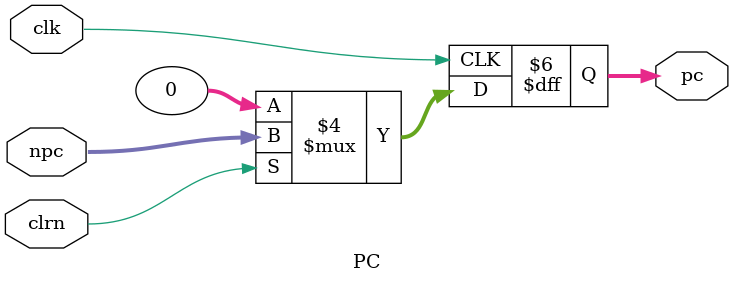
<source format=v>
`timescale 1ns / 1ps


module PC(clk, npc, pc, clrn);
//module PC(clk, npc, pc);
    input clk;
    input clrn;
    input [31:0] npc; //where the program counter should change to on the next clock edge
    output reg [31:0] pc; //current value of the program counter

    initial
    begin
        pc = 0;
        //npc = 4;
    end
    
    always @ (posedge clk)
    begin
        
        if(clrn)
            pc <= npc;
        
        else
        
            pc <= 0;
        
    end
    
endmodule

</source>
